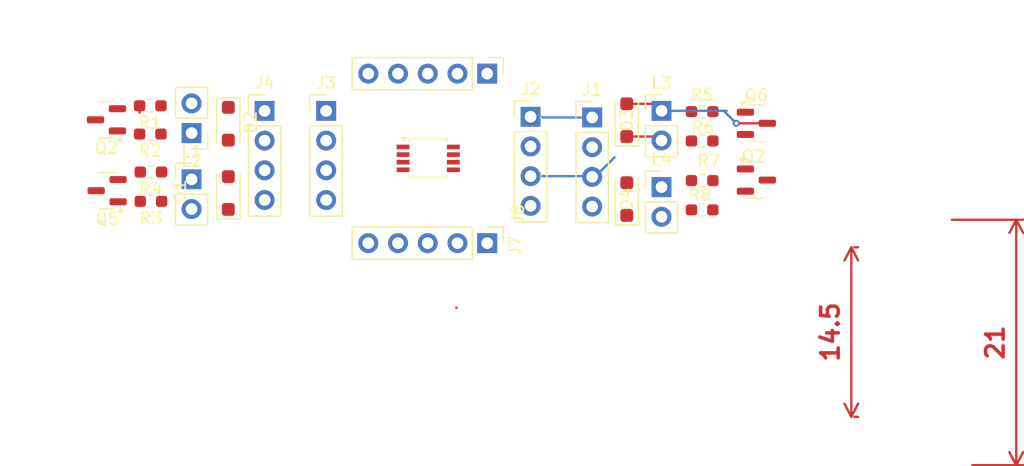
<source format=kicad_pcb>
(kicad_pcb (version 20241229) (generator "pcbnew") (generator_version "9.0")
  (layers (0 "F.Cu" signal) (2 "B.Cu" signal) (13 "F.Paste" user) (15 "B.Paste" user) (5 "F.SilkS" user "F.Silkscreen") (7 "B.SilkS" user "B.Silkscreen") (1 "F.Mask" user) (3 "B.Mask" user) (25 "Edge.Cuts" user))
  (net 0 "")
  (net 1 "Net-(D1-A)")
  (net 2 "+5V")
  (net 3 "GND")
  (net 4 "Net-(D2-A)")
  (net 5 "scl")
  (net 6 "+3.3V")
  (net 7 "sda")
  (net 8 "Net-(D2-K)")
  (net 9 "Net-(D3-K)")
  (net 10 "Net-(D3-A)")
  (net 11 "Net-(D4-A)")
  (net 12 "Net-(D4-K)")
  (net 13 "Net-(J1-Pin_2)")
  (net 14 "Net-(J2-Pin_2)")
  (net 15 "Net-(J3-Pin_2)")
  (net 16 "Net-(J4-Pin_2)")
  (net 17 "Net-(Q2-G)")
  (net 18 "Net-(Q5-G)")
  (net 19 "Net-(Q6-G)")
  (net 20 "Net-(Q7-G)")
  (footprint "Connector_PinHeader_2.54mm:PinHeader_1x02_P2.54mm_Vertical" (layer "F.Cu") (at 110.1875 61.455)
    (property "Reference" "L4" (at 0 -2.38 0) (layer "F.SilkS"))
    (property "Value" "L")
    (fp_line (start -1.38 -1.38) (end 0 -1.38) (stroke (width 0.12)) (layer "F.SilkS"))
    (fp_line (start -1.38 0) (end -1.38 -1.38) (stroke (width 0.12)) (layer "F.SilkS"))
    (fp_line (start -1.38 1.27) (end -1.38 3.92) (stroke (width 0.12)) (layer "F.SilkS"))
    (fp_line (start -1.38 1.27) (end 1.38 1.27) (stroke (width 0.12)) (layer "F.SilkS"))
    (fp_line (start -1.38 3.92) (end 1.38 3.92) (stroke (width 0.12)) (layer "F.SilkS"))
    (fp_line (start 1.38 1.27) (end 1.38 3.92) (stroke (width 0.12)) (layer "F.SilkS"))
    (pad "1" thru_hole rect (at 0 0) (size 1.7 1.7) (drill 1) (layers "*.Cu" "*.Mask") (net 11 "Net-(D4-A)"))
    (pad "2" thru_hole circle (at 0 2.54) (size 1.7 1.7) (drill 1) (layers "*.Cu" "*.Mask") (net 12 "Net-(D4-K)"))
  )
  (footprint "Resistor_SMD:R_0603_1608Metric_Pad0.98x0.95mm_HandSolder" (layer "F.Cu") (at 113.6625 60.895)
    (property "Reference" "R7" (at 0.5675 -1.68 0) (layer "F.SilkS"))
    (property "Value" "500")
    (fp_line (start -0.254724 -0.5225) (end 0.254724 -0.5225) (stroke (width 0.12)) (layer "F.SilkS"))
    (fp_line (start -0.254724 0.5225) (end 0.254724 0.5225) (stroke (width 0.12)) (layer "F.SilkS"))
    (pad "1" smd roundrect (at -0.9125 0) (size 0.975 0.95) (layers "F.Cu" "F.Mask" "F.Paste") (net 13 "Net-(J1-Pin_2)"))
    (pad "2" smd roundrect (at 0.9125 0) (size 0.975 0.95) (layers "F.Cu" "F.Mask" "F.Paste") (net 20 "Net-(Q7-G)"))
  )
  (footprint "Resistor_SMD:R_0603_1608Metric_Pad0.98x0.95mm_HandSolder" (layer "F.Cu") (at 113.6625 63.405)
    (property "Reference" "R8" (at -0.1825 -1.275 0) (layer "F.SilkS"))
    (property "Value" "10K")
    (fp_line (start -0.254724 -0.5225) (end 0.254724 -0.5225) (stroke (width 0.12)) (layer "F.SilkS"))
    (fp_line (start -0.254724 0.5225) (end 0.254724 0.5225) (stroke (width 0.12)) (layer "F.SilkS"))
    (pad "1" smd roundrect (at -0.9125 0) (size 0.975 0.95) (layers "F.Cu" "F.Mask" "F.Paste") (net 20 "Net-(Q7-G)"))
    (pad "2" smd roundrect (at 0.9125 0) (size 0.975 0.95) (layers "F.Cu" "F.Mask" "F.Paste") (net 3 "GND"))
  )
  (footprint "Resistor_SMD:R_0603_1608Metric_Pad0.98x0.95mm_HandSolder" (layer "F.Cu") (at 66.557819 60.167146 180)
    (property "Reference" "R4" (at 0 -1.43 0) (layer "F.SilkS"))
    (property "Value" "10K")
    (fp_line (start -0.254724 0.5225) (end 0.254724 0.5225) (stroke (width 0.12)) (layer "F.SilkS"))
    (fp_line (start -0.254724 -0.5225) (end 0.254724 -0.5225) (stroke (width 0.12)) (layer "F.SilkS"))
    (pad "1" smd roundrect (at -0.9125 0 180) (size 0.975 0.95) (layers "F.Cu" "F.Mask" "F.Paste") (net 17 "Net-(Q2-G)"))
    (pad "2" smd roundrect (at 0.9125 0 180) (size 0.975 0.95) (layers "F.Cu" "F.Mask" "F.Paste") (net 3 "GND"))
  )
  (footprint "Resistor_SMD:R_0603_1608Metric_Pad0.98x0.95mm_HandSolder" (layer "F.Cu") (at 66.5 56.917146 180)
    (property "Reference" "R2" (at 0 -1.43 0) (layer "F.SilkS"))
    (property "Value" "10K")
    (fp_line (start -0.254724 0.5225) (end 0.254724 0.5225) (stroke (width 0.12)) (layer "F.SilkS"))
    (fp_line (start -0.254724 -0.5225) (end 0.254724 -0.5225) (stroke (width 0.12)) (layer "F.SilkS"))
    (pad "1" smd roundrect (at -0.9125 0 180) (size 0.975 0.95) (layers "F.Cu" "F.Mask" "F.Paste") (net 18 "Net-(Q5-G)"))
    (pad "2" smd roundrect (at 0.9125 0 180) (size 0.975 0.95) (layers "F.Cu" "F.Mask" "F.Paste") (net 3 "GND"))
  )
  (footprint "Package_TO_SOT_SMD:SOT-23" (layer "F.Cu") (at 118.2925 60.855)
    (property "Reference" "Q7" (at -0.25 -2.005 0) (layer "F.SilkS"))
    (property "Value" "AO3400A")
    (fp_line (start 0 -1.56) (end -0.65 -1.56) (stroke (width 0.12)) (layer "F.SilkS"))
    (fp_line (start 0 -1.56) (end 0.65 -1.56) (stroke (width 0.12)) (layer "F.SilkS"))
    (fp_line (start 0 1.56) (end -0.65 1.56) (stroke (width 0.12)) (layer "F.SilkS"))
    (fp_line (start 0 1.56) (end 0.65 1.56) (stroke (width 0.12)) (layer "F.SilkS"))
    (fp_poly (pts (xy -1.1625 -1.51) (xy -1.4025 -1.84) (xy -0.9225 -1.84)) (stroke (width 0.12)) (fill yes) (layer "F.SilkS"))
    (pad "1" smd roundrect (at -0.9375 -0.95) (size 1.475 0.6) (layers "F.Cu" "F.Mask" "F.Paste") (net 20 "Net-(Q7-G)"))
    (pad "2" smd roundrect (at -0.9375 0.95) (size 1.475 0.6) (layers "F.Cu" "F.Mask" "F.Paste") (net 3 "GND"))
    (pad "3" smd roundrect (at 0.9375 0) (size 1.475 0.6) (layers "F.Cu" "F.Mask" "F.Paste") (net 11 "Net-(D4-A)"))
  )
  (footprint "Connector_PinHeader_2.54mm:PinHeader_1x02_P2.54mm_Vertical" (layer "F.Cu") (at 70.029681 60.792854)
    (property "Reference" "L1" (at 0 -2.38 0) (layer "F.SilkS"))
    (property "Value" "L")
    (fp_line (start -1.38 -1.38) (end 0 -1.38) (stroke (width 0.12)) (layer "F.SilkS"))
    (fp_line (start -1.38 0) (end -1.38 -1.38) (stroke (width 0.12)) (layer "F.SilkS"))
    (fp_line (start -1.38 1.27) (end -1.38 3.92) (stroke (width 0.12)) (layer "F.SilkS"))
    (fp_line (start -1.38 1.27) (end 1.38 1.27) (stroke (width 0.12)) (layer "F.SilkS"))
    (fp_line (start -1.38 3.92) (end 1.38 3.92) (stroke (width 0.12)) (layer "F.SilkS"))
    (fp_line (start 1.38 1.27) (end 1.38 3.92) (stroke (width 0.12)) (layer "F.SilkS"))
    (pad "1" thru_hole rect (at 0 0) (size 1.7 1.7) (drill 1) (layers "*.Cu" "*.Mask") (net 1 "Net-(D1-A)"))
    (pad "2" thru_hole circle (at 0 2.54) (size 1.7 1.7) (drill 1) (layers "*.Cu" "*.Mask") (net 2 "+5V"))
  )
  (footprint "Diode_SMD:D_SOD-123F" (layer "F.Cu") (at 73.169681 61.962854 90)
    (property "Reference" "D1" (at 0.17 -4.14 90) (layer "F.SilkS"))
    (property "Value" "1N4001")
    (fp_line (start -2.21 -1) (end 1.65 -1) (stroke (width 0.12)) (layer "F.SilkS"))
    (fp_line (start -2.21 -1) (end -2.21 1) (stroke (width 0.12)) (layer "F.SilkS"))
    (fp_line (start -2.21 1) (end 1.65 1) (stroke (width 0.12)) (layer "F.SilkS"))
    (pad "1" smd roundrect (at -1.4 0 90) (size 1.1 1.1) (layers "F.Cu" "F.Mask" "F.Paste") (roundrect_rratio 0.2272727273) (net 2 "+5V"))
    (pad "2" smd roundrect (at 1.4 0 90) (size 1.1 1.1) (layers "F.Cu" "F.Mask" "F.Paste") (roundrect_rratio 0.2272727273) (net 1 "Net-(D1-A)"))
  )
  (footprint "Connector_PinHeader_2.54mm:PinHeader_1x05_P2.54mm_Vertical" (layer "F.Cu") (at 95.29 51.75 -90)
    (property "Reference" "J8" (at 12.02 -2.63 90) (layer "F.SilkS"))
    (property "Value" "Conn_01x05")
    (fp_line (start -1.38 11.54) (end 1.38 11.54) (stroke (width 0.12)) (layer "F.SilkS"))
    (fp_line (start -1.38 1.27) (end -1.38 11.54) (stroke (width 0.12)) (layer "F.SilkS"))
    (fp_line (start -1.38 1.27) (end 1.38 1.27) (stroke (width 0.12)) (layer "F.SilkS"))
    (fp_line (start 1.38 1.27) (end 1.38 11.54) (stroke (width 0.12)) (layer "F.SilkS"))
    (fp_line (start -1.38 0) (end -1.38 -1.38) (stroke (width 0.12)) (layer "F.SilkS"))
    (fp_line (start -1.38 -1.38) (end 0 -1.38) (stroke (width 0.12)) (layer "F.SilkS"))
    (pad "1" thru_hole rect (at 0 0 270) (size 1.7 1.7) (drill 1) (layers "*.Cu" "*.Mask") (net 2 "+5V"))
    (pad "2" thru_hole circle (at 0 2.54 270) (size 1.7 1.7) (drill 1) (layers "*.Cu" "*.Mask") (net 6 "+3.3V"))
    (pad "3" thru_hole circle (at 0 5.08 270) (size 1.7 1.7) (drill 1) (layers "*.Cu" "*.Mask") (net 7 "sda"))
    (pad "4" thru_hole circle (at 0 7.62 270) (size 1.7 1.7) (drill 1) (layers "*.Cu" "*.Mask") (net 5 "scl"))
    (pad "5" thru_hole circle (at 0 10.16 270) (size 1.7 1.7) (drill 1) (layers "*.Cu" "*.Mask") (net 3 "GND"))
  )
  (footprint "Package_TO_SOT_SMD:SOT-23" (layer "F.Cu") (at 62.755 55.7 180)
    (property "Reference" "Q2" (at 0 -2.4 0) (layer "F.SilkS"))
    (property "Value" "AO3400A")
    (fp_line (start 0 1.56) (end 0.65 1.56) (stroke (width 0.12)) (layer "F.SilkS"))
    (fp_line (start 0 1.56) (end -0.65 1.56) (stroke (width 0.12)) (layer "F.SilkS"))
    (fp_line (start 0 -1.56) (end 0.65 -1.56) (stroke (width 0.12)) (layer "F.SilkS"))
    (fp_line (start 0 -1.56) (end -0.65 -1.56) (stroke (width 0.12)) (layer "F.SilkS"))
    (fp_poly (pts (xy -1.1625 -1.51) (xy -1.4025 -1.84) (xy -0.9225 -1.84)) (stroke (width 0.12)) (fill yes) (layer "F.SilkS"))
    (pad "1" smd roundrect (at -0.9375 -0.95 180) (size 1.475 0.6) (layers "F.Cu" "F.Mask" "F.Paste") (net 17 "Net-(Q2-G)"))
    (pad "2" smd roundrect (at -0.9375 0.95 180) (size 1.475 0.6) (layers "F.Cu" "F.Mask" "F.Paste") (net 3 "GND"))
    (pad "3" smd roundrect (at 0.9375 0 180) (size 1.475 0.6) (layers "F.Cu" "F.Mask" "F.Paste") (net 4 "Net-(D2-A)"))
  )
  (footprint "Connector_PinHeader_2.54mm:PinHeader_1x04_P2.54mm_Vertical" (layer "F.Cu") (at 104.26 55.5)
    (property "Reference" "J1" (at 0 -2.38 0) (layer "F.SilkS"))
    (property "Value" "Conn_01x04_Pin")
    (fp_line (start -1.38 -1.38) (end 0 -1.38) (stroke (width 0.12)) (layer "F.SilkS"))
    (fp_line (start -1.38 0) (end -1.38 -1.38) (stroke (width 0.12)) (layer "F.SilkS"))
    (fp_line (start -1.38 1.27) (end -1.38 9) (stroke (width 0.12)) (layer "F.SilkS"))
    (fp_line (start -1.38 1.27) (end 1.38 1.27) (stroke (width 0.12)) (layer "F.SilkS"))
    (fp_line (start -1.38 9) (end 1.38 9) (stroke (width 0.12)) (layer "F.SilkS"))
    (fp_line (start 1.38 1.27) (end 1.38 9) (stroke (width 0.12)) (layer "F.SilkS"))
    (pad "1" thru_hole rect (at 0 0) (size 1.7 1.7) (drill 1) (layers "*.Cu" "*.Mask") (net 6 "+3.3V"))
    (pad "2" thru_hole circle (at 0 2.54) (size 1.7 1.7) (drill 1) (layers "*.Cu" "*.Mask") (net 13 "Net-(J1-Pin_2)"))
    (pad "3" thru_hole circle (at 0 5.08) (size 1.7 1.7) (drill 1) (layers "*.Cu" "*.Mask") (net 2 "+5V"))
    (pad "4" thru_hole circle (at 0 7.62) (size 1.7 1.7) (drill 1) (layers "*.Cu" "*.Mask") (net 3 "GND"))
  )
  (footprint "Resistor_SMD:R_0603_1608Metric_Pad0.98x0.95mm_HandSolder" (layer "F.Cu") (at 113.6625 55)
    (property "Reference" "R5" (at 0 -1.43 0) (layer "F.SilkS"))
    (property "Value" "500")
    (fp_line (start -0.254724 -0.5225) (end 0.254724 -0.5225) (stroke (width 0.12)) (layer "F.SilkS"))
    (fp_line (start -0.254724 0.5225) (end 0.254724 0.5225) (stroke (width 0.12)) (layer "F.SilkS"))
    (pad "1" smd roundrect (at -0.9125 0) (size 0.975 0.95) (layers "F.Cu" "F.Mask" "F.Paste") (net 14 "Net-(J2-Pin_2)"))
    (pad "2" smd roundrect (at 0.9125 0) (size 0.975 0.95) (layers "F.Cu" "F.Mask" "F.Paste") (net 19 "Net-(Q6-G)"))
  )
  (footprint "Connector_PinHeader_2.54mm:PinHeader_1x02_P2.54mm_Vertical" (layer "F.Cu") (at 70.029681 56.832854 180)
    (property "Reference" "L2" (at 0 -2.38 0) (layer "F.SilkS"))
    (property "Value" "L")
    (fp_line (start 1.38 1.27) (end 1.38 3.92) (stroke (width 0.12)) (layer "F.SilkS"))
    (fp_line (start -1.38 3.92) (end 1.38 3.92) (stroke (width 0.12)) (layer "F.SilkS"))
    (fp_line (start -1.38 1.27) (end 1.38 1.27) (stroke (width 0.12)) (layer "F.SilkS"))
    (fp_line (start -1.38 1.27) (end -1.38 3.92) (stroke (width 0.12)) (layer "F.SilkS"))
    (fp_line (start -1.38 0) (end -1.38 -1.38) (stroke (width 0.12)) (layer "F.SilkS"))
    (fp_line (start -1.38 -1.38) (end 0 -1.38) (stroke (width 0.12)) (layer "F.SilkS"))
    (pad "1" thru_hole rect (at 0 0 180) (size 1.7 1.7) (drill 1) (layers "*.Cu" "*.Mask") (net 4 "Net-(D2-A)"))
    (pad "2" thru_hole circle (at 0 2.54 180) (size 1.7 1.7) (drill 1) (layers "*.Cu" "*.Mask") (net 8 "Net-(D2-K)"))
  )
  (footprint "Resistor_SMD:R_0603_1608Metric_Pad0.98x0.95mm_HandSolder" (layer "F.Cu") (at 113.6625 57.51)
    (property "Reference" "R6" (at 0.0675 -1.13 0) (layer "F.SilkS"))
    (property "Value" "10K")
    (fp_line (start -0.254724 -0.5225) (end 0.254724 -0.5225) (stroke (width 0.12)) (layer "F.SilkS"))
    (fp_line (start -0.254724 0.5225) (end 0.254724 0.5225) (stroke (width 0.12)) (layer "F.SilkS"))
    (pad "1" smd roundrect (at -0.9125 0) (size 0.975 0.95) (layers "F.Cu" "F.Mask" "F.Paste") (net 19 "Net-(Q6-G)"))
    (pad "2" smd roundrect (at 0.9125 0) (size 0.975 0.95) (layers "F.Cu" "F.Mask" "F.Paste") (net 3 "GND"))
  )
  (footprint "Diode_SMD:D_SOD-123F" (layer "F.Cu") (at 73.169681 56.037854 -90)
    (property "Reference" "D2" (at -0.127 -1.905 90) (layer "F.SilkS"))
    (property "Value" "1N4001")
    (fp_line (start -2.21 1) (end 1.65 1) (stroke (width 0.12)) (layer "F.SilkS"))
    (fp_line (start -2.21 -1) (end -2.21 1) (stroke (width 0.12)) (layer "F.SilkS"))
    (fp_line (start -2.21 -1) (end 1.65 -1) (stroke (width 0.12)) (layer "F.SilkS"))
    (pad "1" smd roundrect (at -1.4 0 270) (size 1.1 1.1) (layers "F.Cu" "F.Mask" "F.Paste") (roundrect_rratio 0.2272727273) (net 8 "Net-(D2-K)"))
    (pad "2" smd roundrect (at 1.4 0 270) (size 1.1 1.1) (layers "F.Cu" "F.Mask" "F.Paste") (roundrect_rratio 0.2272727273) (net 4 "Net-(D2-A)"))
  )
  (footprint "Package_SO:TSSOP-8_3x3mm_P0.65mm" (layer "F.Cu") (at 90.25 59)
    (property "Reference" "U1" (hide yes))
    (property "Value" "PCA9536DP" (hide yes))
    (fp_line (start -1.625 -1.625) (end -1.625 -1.45) (stroke (width 0.15)) (layer "F.SilkS"))
    (fp_line (start -1.625 -1.625) (end 1.625 -1.625) (stroke (width 0.15)) (layer "F.SilkS"))
    (fp_line (start -1.625 1.45) (end -1.625 1.625) (stroke (width 0.15)) (layer "F.SilkS"))
    (fp_line (start -1.625 1.625) (end 1.625 1.625) (stroke (width 0.15)) (layer "F.SilkS"))
    (fp_line (start 1.625 -1.625) (end 1.625 -1.45) (stroke (width 0.15)) (layer "F.SilkS"))
    (fp_line (start 1.625 1.45) (end 1.625 1.625) (stroke (width 0.15)) (layer "F.SilkS"))
    (fp_poly (pts (xy -2.1 -1.45) (xy -2.34 -1.78) (xy -1.86 -1.78) (xy -2.1 -1.45)) (stroke (width 0.12)) (fill yes) (layer "F.SilkS"))
    (pad "1" smd rect (at -2.15 -0.975) (size 1.1 0.4) (layers "F.Cu" "F.Mask" "F.Paste") (net 15 "Net-(J3-Pin_2)"))
    (pad "2" smd rect (at -2.15 -0.325) (size 1.1 0.4) (layers "F.Cu" "F.Mask" "F.Paste") (net 16 "Net-(J4-Pin_2)"))
    (pad "3" smd rect (at -2.15 0.325) (size 1.1 0.4) (layers "F.Cu" "F.Mask" "F.Paste") (net 14 "Net-(J2-Pin_2)"))
    (pad "4" smd rect (at -2.15 0.975) (size 1.1 0.4) (layers "F.Cu" "F.Mask" "F.Paste") (net 3 "GND"))
    (pad "5" smd rect (at 2.15 0.975) (size 1.1 0.4) (layers "F.Cu" "F.Mask" "F.Paste") (net 13 "Net-(J1-Pin_2)"))
    (pad "6" smd rect (at 2.15 0.325) (size 1.1 0.4) (layers "F.Cu" "F.Mask" "F.Paste") (net 5 "scl"))
    (pad "7" smd rect (at 2.15 -0.325) (size 1.1 0.4) (layers "F.Cu" "F.Mask" "F.Paste") (net 7 "sda"))
    (pad "8" smd rect (at 2.15 -0.975) (size 1.1 0.4) (layers "F.Cu" "F.Mask" "F.Paste") (net 6 "+3.3V"))
  )
  (footprint "Connector_PinHeader_2.54mm:PinHeader_1x04_P2.54mm_Vertical" (layer "F.Cu") (at 76.27 54.94)
    (property "Reference" "J4" (at 0 -2.38 0) (layer "F.SilkS"))
    (property "Value" "Conn_01x04_Pin")
    (fp_line (start -1.38 -1.38) (end 0 -1.38) (stroke (width 0.12)) (layer "F.SilkS"))
    (fp_line (start -1.38 0) (end -1.38 -1.38) (stroke (width 0.12)) (layer "F.SilkS"))
    (fp_line (start -1.38 1.27) (end -1.38 9) (stroke (width 0.12)) (layer "F.SilkS"))
    (fp_line (start -1.38 1.27) (end 1.38 1.27) (stroke (width 0.12)) (layer "F.SilkS"))
    (fp_line (start -1.38 9) (end 1.38 9) (stroke (width 0.12)) (layer "F.SilkS"))
    (fp_line (start 1.38 1.27) (end 1.38 9) (stroke (width 0.12)) (layer "F.SilkS"))
    (pad "1" thru_hole rect (at 0 0) (size 1.7 1.7) (drill 1) (layers "*.Cu" "*.Mask") (net 6 "+3.3V"))
    (pad "2" thru_hole circle (at 0 2.54) (size 1.7 1.7) (drill 1) (layers "*.Cu" "*.Mask") (net 16 "Net-(J4-Pin_2)"))
    (pad "3" thru_hole circle (at 0 5.08) (size 1.7 1.7) (drill 1) (layers "*.Cu" "*.Mask") (net 2 "+5V"))
    (pad "4" thru_hole circle (at 0 7.62) (size 1.7 1.7) (drill 1) (layers "*.Cu" "*.Mask") (net 3 "GND"))
  )
  (footprint "Resistor_SMD:R_0603_1608Metric_Pad0.98x0.95mm_HandSolder" (layer "F.Cu") (at 66.5 54.5 180)
    (property "Reference" "R1" (at 0 -1.43 0) (layer "F.SilkS"))
    (property "Value" "500")
    (fp_line (start -0.254724 0.5225) (end 0.254724 0.5225) (stroke (width 0.12)) (layer "F.SilkS"))
    (fp_line (start -0.254724 -0.5225) (end 0.254724 -0.5225) (stroke (width 0.12)) (layer "F.SilkS"))
    (pad "1" smd roundrect (at -0.9125 0 180) (size 0.975 0.95) (layers "F.Cu" "F.Mask" "F.Paste") (net 15 "Net-(J3-Pin_2)"))
    (pad "2" smd roundrect (at 0.9125 0 180) (size 0.975 0.95) (layers "F.Cu" "F.Mask" "F.Paste") (net 18 "Net-(Q5-G)"))
  )
  (footprint "Connector_PinHeader_2.54mm:PinHeader_1x02_P2.54mm_Vertical" (layer "F.Cu") (at 110.1875 54.93)
    (property "Reference" "L3" (at 0 -2.38 0) (layer "F.SilkS"))
    (property "Value" "L")
    (fp_line (start -1.38 -1.38) (end 0 -1.38) (stroke (width 0.12)) (layer "F.SilkS"))
    (fp_line (start -1.38 0) (end -1.38 -1.38) (stroke (width 0.12)) (layer "F.SilkS"))
    (fp_line (start -1.38 1.27) (end -1.38 3.92) (stroke (width 0.12)) (layer "F.SilkS"))
    (fp_line (start -1.38 1.27) (end 1.38 1.27) (stroke (width 0.12)) (layer "F.SilkS"))
    (fp_line (start -1.38 3.92) (end 1.38 3.92) (stroke (width 0.12)) (layer "F.SilkS"))
    (fp_line (start 1.38 1.27) (end 1.38 3.92) (stroke (width 0.12)) (layer "F.SilkS"))
    (pad "1" thru_hole rect (at 0 0) (size 1.7 1.7) (drill 1) (layers "*.Cu" "*.Mask") (net 10 "Net-(D3-A)"))
    (pad "2" thru_hole circle (at 0 2.54) (size 1.7 1.7) (drill 1) (layers "*.Cu" "*.Mask") (net 9 "Net-(D3-K)"))
  )
  (footprint "Connector_PinHeader_2.54mm:PinHeader_1x04_P2.54mm_Vertical" (layer "F.Cu") (at 81.53 54.94)
    (property "Reference" "J3" (at 0 -2.38 0) (layer "F.SilkS"))
    (property "Value" "Conn_01x04_Pin")
    (fp_line (start -1.38 -1.38) (end 0 -1.38) (stroke (width 0.12)) (layer "F.SilkS"))
    (fp_line (start -1.38 0) (end -1.38 -1.38) (stroke (width 0.12)) (layer "F.SilkS"))
    (fp_line (start -1.38 1.27) (end -1.38 9) (stroke (width 0.12)) (layer "F.SilkS"))
    (fp_line (start -1.38 1.27) (end 1.38 1.27) (stroke (width 0.12)) (layer "F.SilkS"))
    (fp_line (start -1.38 9) (end 1.38 9) (stroke (width 0.12)) (layer "F.SilkS"))
    (fp_line (start 1.38 1.27) (end 1.38 9) (stroke (width 0.12)) (layer "F.SilkS"))
    (pad "1" thru_hole rect (at 0 0) (size 1.7 1.7) (drill 1) (layers "*.Cu" "*.Mask") (net 6 "+3.3V"))
    (pad "2" thru_hole circle (at 0 2.54) (size 1.7 1.7) (drill 1) (layers "*.Cu" "*.Mask") (net 15 "Net-(J3-Pin_2)"))
    (pad "3" thru_hole circle (at 0 5.08) (size 1.7 1.7) (drill 1) (layers "*.Cu" "*.Mask") (net 2 "+5V"))
    (pad "4" thru_hole circle (at 0 7.62) (size 1.7 1.7) (drill 1) (layers "*.Cu" "*.Mask") (net 3 "GND"))
  )
  (footprint "Resistor_SMD:R_0603_1608Metric_Pad0.98x0.95mm_HandSolder" (layer "F.Cu") (at 66.557819 62.677146 180)
    (property "Reference" "R3" (at 0 -1.43 0) (layer "F.SilkS"))
    (property "Value" "500")
    (fp_line (start -0.254724 0.5225) (end 0.254724 0.5225) (stroke (width 0.12)) (layer "F.SilkS"))
    (fp_line (start -0.254724 -0.5225) (end 0.254724 -0.5225) (stroke (width 0.12)) (layer "F.SilkS"))
    (pad "1" smd roundrect (at -0.9125 0 180) (size 0.975 0.95) (layers "F.Cu" "F.Mask" "F.Paste") (net 16 "Net-(J4-Pin_2)"))
    (pad "2" smd roundrect (at 0.9125 0 180) (size 0.975 0.95) (layers "F.Cu" "F.Mask" "F.Paste") (net 17 "Net-(Q2-G)"))
  )
  (footprint "Connector_PinHeader_2.54mm:PinHeader_1x04_P2.54mm_Vertical" (layer "F.Cu") (at 99 55.44)
    (property "Reference" "J2" (at 0 -2.38 0) (layer "F.SilkS"))
    (property "Value" "Conn_01x04_Pin")
    (fp_line (start -1.38 -1.38) (end 0 -1.38) (stroke (width 0.12)) (layer "F.SilkS"))
    (fp_line (start -1.38 0) (end -1.38 -1.38) (stroke (width 0.12)) (layer "F.SilkS"))
    (fp_line (start -1.38 1.27) (end -1.38 9) (stroke (width 0.12)) (layer "F.SilkS"))
    (fp_line (start -1.38 1.27) (end 1.38 1.27) (stroke (width 0.12)) (layer "F.SilkS"))
    (fp_line (start -1.38 9) (end 1.38 9) (stroke (width 0.12)) (layer "F.SilkS"))
    (fp_line (start 1.38 1.27) (end 1.38 9) (stroke (width 0.12)) (layer "F.SilkS"))
    (pad "1" thru_hole rect (at 0 0) (size 1.7 1.7) (drill 1) (layers "*.Cu" "*.Mask") (net 6 "+3.3V"))
    (pad "2" thru_hole circle (at 0 2.54) (size 1.7 1.7) (drill 1) (layers "*.Cu" "*.Mask") (net 14 "Net-(J2-Pin_2)"))
    (pad "3" thru_hole circle (at 0 5.08) (size 1.7 1.7) (drill 1) (layers "*.Cu" "*.Mask") (net 2 "+5V"))
    (pad "4" thru_hole circle (at 0 7.62) (size 1.7 1.7) (drill 1) (layers "*.Cu" "*.Mask") (net 3 "GND"))
  )
  (footprint "Package_TO_SOT_SMD:SOT-23" (layer "F.Cu") (at 62.8125 61.76 180)
    (property "Reference" "Q5" (at 0 -2.4 0) (layer "F.SilkS"))
    (property "Value" "AO3400A" (hide yes))
    (fp_line (start 0 1.56) (end 0.65 1.56) (stroke (width 0.12)) (layer "F.SilkS"))
    (fp_line (start 0 1.56) (end -0.65 1.56) (stroke (width 0.12)) (layer "F.SilkS"))
    (fp_line (start 0 -1.56) (end 0.65 -1.56) (stroke (width 0.12)) (layer "F.SilkS"))
    (fp_line (start 0 -1.56) (end -0.65 -1.56) (stroke (width 0.12)) (layer "F.SilkS"))
    (fp_poly (pts (xy -1.1625 -1.51) (xy -1.4025 -1.84) (xy -0.9225 -1.84)) (stroke (width 0.12)) (fill yes) (layer "F.SilkS"))
    (pad "1" smd roundrect (at -0.9375 -0.95 180) (size 1.475 0.6) (layers "F.Cu" "F.Mask" "F.Paste") (net 18 "Net-(Q5-G)"))
    (pad "2" smd roundrect (at -0.9375 0.95 180) (size 1.475 0.6) (layers "F.Cu" "F.Mask" "F.Paste") (net 3 "GND"))
    (pad "3" smd roundrect (at 0.9375 0 180) (size 1.475 0.6) (layers "F.Cu" "F.Mask" "F.Paste") (net 1 "Net-(D1-A)"))
  )
  (footprint "Diode_SMD:D_SOD-123F" (layer "F.Cu") (at 107.215 62.48 90)
    (property "Reference" "D4" (at 0 0 90) (layer "F.SilkS"))
    (property "Value" "1N4001")
    (fp_line (start -2.21 -1) (end 1.65 -1) (stroke (width 0.12)) (layer "F.SilkS"))
    (fp_line (start -2.21 -1) (end -2.21 1) (stroke (width 0.12)) (layer "F.SilkS"))
    (fp_line (start -2.21 1) (end 1.65 1) (stroke (width 0.12)) (layer "F.SilkS"))
    (pad "1" smd roundrect (at -1.4 0 90) (size 1.1 1.1) (layers "F.Cu" "F.Mask" "F.Paste") (roundrect_rratio 0.2272727273) (net 12 "Net-(D4-K)"))
    (pad "2" smd roundrect (at 1.4 0 90) (size 1.1 1.1) (layers "F.Cu" "F.Mask" "F.Paste") (roundrect_rratio 0.2272727273) (net 11 "Net-(D4-A)"))
  )
  (footprint "Connector_PinHeader_2.54mm:PinHeader_1x05_P2.54mm_Vertical" (layer "F.Cu") (at 95.29 66.25 -90)
    (property "Reference" "J7" (at 0.23 -2.38 90) (layer "F.SilkS"))
    (property "Value" "Conn_01x05")
    (fp_line (start -1.38 11.54) (end 1.38 11.54) (stroke (width 0.12)) (layer "F.SilkS"))
    (fp_line (start -1.38 1.27) (end -1.38 11.54) (stroke (width 0.12)) (layer "F.SilkS"))
    (fp_line (start -1.38 1.27) (end 1.38 1.27) (stroke (width 0.12)) (layer "F.SilkS"))
    (fp_line (start 1.38 1.27) (end 1.38 11.54) (stroke (width 0.12)) (layer "F.SilkS"))
    (fp_line (start -1.38 0) (end -1.38 -1.38) (stroke (width 0.12)) (layer "F.SilkS"))
    (fp_line (start -1.38 -1.38) (end 0 -1.38) (stroke (width 0.12)) (layer "F.SilkS"))
    (pad "1" thru_hole rect (at 0 0 270) (size 1.7 1.7) (drill 1) (layers "*.Cu" "*.Mask") (net 2 "+5V"))
    (pad "2" thru_hole circle (at 0 2.54 270) (size 1.7 1.7) (drill 1) (layers "*.Cu" "*.Mask") (net 6 "+3.3V"))
    (pad "3" thru_hole circle (at 0 5.08 270) (size 1.7 1.7) (drill 1) (layers "*.Cu" "*.Mask") (net 7 "sda"))
    (pad "4" thru_hole circle (at 0 7.62 270) (size 1.7 1.7) (drill 1) (layers "*.Cu" "*.Mask") (net 5 "scl"))
    (pad "5" thru_hole circle (at 0 10.16 270) (size 1.7 1.7) (drill 1) (layers "*.Cu" "*.Mask") (net 3 "GND"))
  )
  (footprint "Package_TO_SOT_SMD:SOT-23" (layer "F.Cu") (at 118.2925 56)
    (property "Reference" "Q6" (at 0 -2.4 0) (layer "F.SilkS"))
    (property "Value" "AO3400A")
    (fp_line (start 0 -1.56) (end -0.65 -1.56) (stroke (width 0.12)) (layer "F.SilkS"))
    (fp_line (start 0 -1.56) (end 0.65 -1.56) (stroke (width 0.12)) (layer "F.SilkS"))
    (fp_line (start 0 1.56) (end -0.65 1.56) (stroke (width 0.12)) (layer "F.SilkS"))
    (fp_line (start 0 1.56) (end 0.65 1.56) (stroke (width 0.12)) (layer "F.SilkS"))
    (fp_poly (pts (xy -1.1625 -1.51) (xy -1.4025 -1.84) (xy -0.9225 -1.84)) (stroke (width 0.12)) (fill yes) (layer "F.SilkS"))
    (pad "1" smd roundrect (at -0.9375 -0.95) (size 1.475 0.6) (layers "F.Cu" "F.Mask" "F.Paste") (net 19 "Net-(Q6-G)"))
    (pad "2" smd roundrect (at -0.9375 0.95) (size 1.475 0.6) (layers "F.Cu" "F.Mask" "F.Paste") (net 3 "GND"))
    (pad "3" smd roundrect (at 0.9375 0) (size 1.475 0.6) (layers "F.Cu" "F.Mask" "F.Paste") (net 10 "Net-(D3-A)"))
  )
  (footprint "Diode_SMD:D_SOD-123F" (layer "F.Cu") (at 107.215 55.73 90)
    (property "Reference" "D3" (at 0 0 90) (layer "F.SilkS"))
    (property "Value" "1N4001")
    (fp_line (start -2.21 -1) (end 1.65 -1) (stroke (width 0.12)) (layer "F.SilkS"))
    (fp_line (start -2.21 -1) (end -2.21 1) (stroke (width 0.12)) (layer "F.SilkS"))
    (fp_line (start -2.21 1) (end 1.65 1) (stroke (width 0.12)) (layer "F.SilkS"))
    (pad "1" smd roundrect (at -1.4 0 90) (size 1.1 1.1) (layers "F.Cu" "F.Mask" "F.Paste") (roundrect_rratio 0.2272727273) (net 9 "Net-(D3-K)"))
    (pad "2" smd roundrect (at 1.4 0 90) (size 1.1 1.1) (layers "F.Cu" "F.Mask" "F.Paste") (roundrect_rratio 0.2272727273) (net 10 "Net-(D3-A)"))
  )
  (dimension (type orthogonal) (layer "F.Cu") (pts (xy 134.5 64.25) (xy 136.25 85.25)) (height 6) (orientation 1) (format (prefix "") (suffix "") (units 3) (units_format 0) (precision 4) (suppress_zeroes yes)) (style (thickness 0.2) (arrow_length 1.27) (text_position_mode 0) (arrow_direction outward) (extension_height 0.58642) (extension_offset 0.5) (keep_text_aligned yes)) (gr_text "21" (at 138.7 74.75 90) (layer "F.Cu") (effects (font (size 1.5 1.5) (thickness 0.3)))))
  (dimension (type orthogonal) (layer "F.Cu") (pts (xy 126.155 66.605) (xy 126.155 81.105)) (height 0.25) (orientation 1) (format (prefix "") (suffix "") (units 3) (units_format 0) (precision 4) (suppress_zeroes yes)) (style (thickness 0.2) (arrow_length 1.27) (text_position_mode 0) (arrow_direction outward) (extension_height 0.58642) (extension_offset 0.5) (keep_text_aligned yes)) (gr_text "14.5" (at 124.605 73.855 90) (layer "F.Cu") (effects (font (size 1.5 1.5) (thickness 0.3)))))
  (segment (start 76.3 59.81) (end 76.24 59.75) (width 0.2) (layer "B.Cu") (net 2))
  (segment (start 106.181 58.899) (end 104.5 60.58) (width 0.2) (layer "B.Cu") (net 2))
  (segment (start 104.44 60.52) (end 104.5 60.58) (width 0.2) (layer "B.Cu") (net 2))
  (segment (start 100 60.52) (end 104.44 60.52) (width 0.2) (layer "B.Cu") (net 2))
  (segment (start 63.6925 54.75) (end 64.28 54.75) (width 0.2) (layer "F.Cu") (net 3))
  (segment (start 65.395319 59.917146) (end 65.645319 60.167146) (width 0.2) (layer "F.Cu") (net 3))
  (segment (start 104.44 63.06) (end 104.5 63.12) (width 0.2) (layer "B.Cu") (net 3))
  (segment (start 100.06 55.5) (end 100 55.44) (width 0.2) (layer "B.Cu") (net 6))
  (segment (start 104.5 55.5) (end 100.06 55.5) (width 0.2) (layer "B.Cu") (net 6))
  (segment (start 107.215 57.13) (end 109.8475 57.13) (width 0.2) (layer "F.Cu") (net 9))
  (segment (start 109.8475 57.13) (end 110.1875 57.47) (width 0.2) (layer "F.Cu") (net 9))
  (segment (start 109.5875 54.33) (end 110.1875 54.93) (width 0.2) (layer "F.Cu") (net 10))
  (segment (start 119.23 56) (end 116.575 56) (width 0.2) (layer "F.Cu") (net 10))
  (segment (start 107.215 54.33) (end 109.5875 54.33) (width 0.2) (layer "F.Cu") (net 10))
  (via (at 116.575 56) (size 0.6) (drill 0.3) (layers "F.Cu" "B.Cu") (net 10))
  (segment (start 116.575 56) (end 115.505 54.93) (width 0.2) (layer "B.Cu") (net 10))
  (segment (start 115.755 54.93) (end 110.1875 54.93) (width 0.2) (layer "B.Cu") (net 10))
  (segment (start 92.675 71.79) (end 92.65 71.765) (width 0.2) (layer "F.Cu") (net 13))
  (segment (start 112.75 55) (end 112.75 54.875) (width 0.2) (layer "F.Cu") (net 14))
  (segment (start 88.025 58.025) (end 88.1 58.025) (width 0.2) (layer "F.Cu") (net 15))
  (segment (start 88.025 58.75) (end 88.1 58.675) (width 0.2) (layer "F.Cu") (net 16))
  (segment (start 67.057819 60.167146) (end 67.470319 60.167146) (width 0.2) (layer "F.Cu") (net 17))
  (segment (start 65.5875 54.917146) (end 65.5875 55.092146) (width 0.2) (layer "F.Cu") (net 18))
)
</source>
